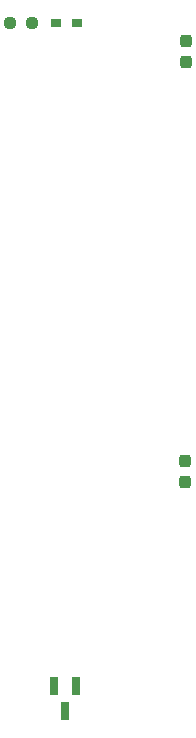
<source format=gbr>
G04 #@! TF.GenerationSoftware,KiCad,Pcbnew,8.0.4+dfsg-1*
G04 #@! TF.CreationDate,2024-12-10T10:57:50+09:00*
G04 #@! TF.ProjectId,bionic-p8048,62696f6e-6963-42d7-9038-3034382e6b69,5*
G04 #@! TF.SameCoordinates,Original*
G04 #@! TF.FileFunction,Paste,Top*
G04 #@! TF.FilePolarity,Positive*
%FSLAX46Y46*%
G04 Gerber Fmt 4.6, Leading zero omitted, Abs format (unit mm)*
G04 Created by KiCad (PCBNEW 8.0.4+dfsg-1) date 2024-12-10 10:57:50*
%MOMM*%
%LPD*%
G01*
G04 APERTURE LIST*
G04 Aperture macros list*
%AMRoundRect*
0 Rectangle with rounded corners*
0 $1 Rounding radius*
0 $2 $3 $4 $5 $6 $7 $8 $9 X,Y pos of 4 corners*
0 Add a 4 corners polygon primitive as box body*
4,1,4,$2,$3,$4,$5,$6,$7,$8,$9,$2,$3,0*
0 Add four circle primitives for the rounded corners*
1,1,$1+$1,$2,$3*
1,1,$1+$1,$4,$5*
1,1,$1+$1,$6,$7*
1,1,$1+$1,$8,$9*
0 Add four rect primitives between the rounded corners*
20,1,$1+$1,$2,$3,$4,$5,0*
20,1,$1+$1,$4,$5,$6,$7,0*
20,1,$1+$1,$6,$7,$8,$9,0*
20,1,$1+$1,$8,$9,$2,$3,0*%
G04 Aperture macros list end*
%ADD10R,0.965200X0.762000*%
%ADD11R,0.660400X1.625600*%
%ADD12RoundRect,0.237500X0.237500X-0.300000X0.237500X0.300000X-0.237500X0.300000X-0.237500X-0.300000X0*%
%ADD13RoundRect,0.237500X0.250000X0.237500X-0.250000X0.237500X-0.250000X-0.237500X0.250000X-0.237500X0*%
G04 APERTURE END LIST*
D10*
X112950700Y-71778000D03*
X114703300Y-71778000D03*
D11*
X114650001Y-127912000D03*
X112749999Y-127912000D03*
X113700000Y-130044000D03*
D12*
X123910800Y-75078900D03*
X123910800Y-73353900D03*
D13*
X110906000Y-71778000D03*
X109081000Y-71778000D03*
D12*
X123860000Y-110640000D03*
X123860000Y-108915000D03*
M02*

</source>
